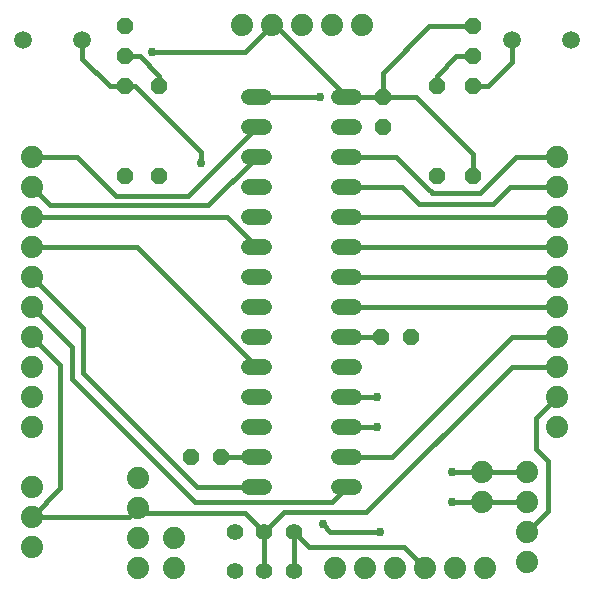
<source format=gbr>
G04 EAGLE Gerber RS-274X export*
G75*
%MOMM*%
%FSLAX34Y34*%
%LPD*%
%INTop Copper*%
%IPPOS*%
%AMOC8*
5,1,8,0,0,1.08239X$1,22.5*%
G01*
%ADD10P,1.429621X8X292.500000*%
%ADD11P,1.429621X8X22.500000*%
%ADD12P,1.429621X8X202.500000*%
%ADD13P,1.429621X8X112.500000*%
%ADD14C,1.879600*%
%ADD15C,1.408000*%
%ADD16C,1.508000*%
%ADD17C,1.320800*%
%ADD18C,0.406400*%
%ADD19C,0.756400*%


D10*
X322580Y419100D03*
X322580Y393700D03*
D11*
X321310Y215900D03*
X346710Y215900D03*
D12*
X185420Y114300D03*
X160020Y114300D03*
D10*
X398780Y478790D03*
X398780Y453390D03*
X104140Y478790D03*
X104140Y453390D03*
D13*
X368300Y351790D03*
X368300Y427990D03*
X133350Y351790D03*
X133350Y427990D03*
D10*
X398780Y427990D03*
X398780Y351790D03*
X104140Y427990D03*
X104140Y351790D03*
D14*
X146050Y20320D03*
X146050Y45720D03*
X406400Y76200D03*
X469900Y368300D03*
X469900Y342900D03*
X469900Y317500D03*
X469900Y292100D03*
X469900Y266700D03*
X469900Y241300D03*
X469900Y215900D03*
X469900Y190500D03*
X469900Y165100D03*
X469900Y139700D03*
X25400Y241300D03*
X25400Y215900D03*
X25400Y190500D03*
X25400Y165100D03*
X25400Y139700D03*
X25400Y368300D03*
X25400Y342900D03*
X25400Y317500D03*
X25400Y292100D03*
X25400Y266700D03*
X25400Y63500D03*
X25400Y88900D03*
X25400Y38100D03*
X115570Y96520D03*
X115570Y71120D03*
X115570Y45720D03*
X115570Y20320D03*
D15*
X197250Y50800D03*
X222250Y50800D03*
X247250Y50800D03*
X197250Y17800D03*
X222250Y17800D03*
X247250Y17800D03*
D14*
X408940Y20320D03*
X383540Y20320D03*
X358140Y20320D03*
X332740Y20320D03*
X307340Y20320D03*
X281940Y20320D03*
X203200Y480060D03*
X228600Y480060D03*
X254000Y480060D03*
X279400Y480060D03*
X304800Y480060D03*
X444500Y101600D03*
X444500Y76200D03*
X444500Y50800D03*
X444500Y25400D03*
D16*
X432200Y467360D03*
X482200Y467360D03*
X68180Y467360D03*
X18180Y467360D03*
D14*
X406400Y101600D03*
D17*
X222504Y419100D02*
X209296Y419100D01*
X209296Y393700D02*
X222504Y393700D01*
X222504Y368300D02*
X209296Y368300D01*
X209296Y342900D02*
X222504Y342900D01*
X222504Y317500D02*
X209296Y317500D01*
X209296Y292100D02*
X222504Y292100D01*
X222504Y266700D02*
X209296Y266700D01*
X209296Y241300D02*
X222504Y241300D01*
X222504Y215900D02*
X209296Y215900D01*
X209296Y190500D02*
X222504Y190500D01*
X222504Y165100D02*
X209296Y165100D01*
X209296Y139700D02*
X222504Y139700D01*
X222504Y114300D02*
X209296Y114300D01*
X209296Y88900D02*
X222504Y88900D01*
X285496Y88900D02*
X298704Y88900D01*
X298704Y114300D02*
X285496Y114300D01*
X285496Y139700D02*
X298704Y139700D01*
X298704Y165100D02*
X285496Y165100D01*
X285496Y190500D02*
X298704Y190500D01*
X298704Y215900D02*
X285496Y215900D01*
X285496Y241300D02*
X298704Y241300D01*
X298704Y266700D02*
X285496Y266700D01*
X285496Y292100D02*
X298704Y292100D01*
X298704Y317500D02*
X285496Y317500D01*
X285496Y342900D02*
X298704Y342900D01*
X298704Y368300D02*
X285496Y368300D01*
X285496Y393700D02*
X298704Y393700D01*
X298704Y419100D02*
X285496Y419100D01*
D18*
X215900Y114300D02*
X185420Y114300D01*
X322580Y419100D02*
X322580Y439420D01*
X361950Y478790D01*
X398780Y478790D01*
X322580Y419100D02*
X292100Y419100D01*
X322580Y419100D02*
X350520Y419100D01*
X398780Y370840D02*
X398780Y351790D01*
X398780Y370840D02*
X350520Y419100D01*
X462280Y68580D02*
X444500Y50800D01*
X462280Y68580D02*
X462280Y110490D01*
X452120Y120650D01*
X452120Y147320D01*
X469900Y165100D01*
X231140Y480060D02*
X228600Y480060D01*
X231140Y480060D02*
X292100Y419100D01*
X228600Y480060D02*
X205740Y457200D01*
X127000Y457200D01*
D19*
X127000Y457200D03*
D18*
X247250Y50800D02*
X247250Y17800D01*
X340360Y38100D02*
X358140Y20320D01*
X259950Y38100D02*
X247250Y50800D01*
X259950Y38100D02*
X340360Y38100D01*
X384810Y453390D02*
X398780Y453390D01*
X384810Y453390D02*
X368300Y436880D01*
X368300Y427990D01*
X321310Y215900D02*
X292100Y215900D01*
X432200Y448710D02*
X432200Y467360D01*
X432200Y448710D02*
X411480Y427990D01*
X398780Y427990D01*
X269240Y419100D02*
X215900Y419100D01*
D19*
X269240Y419100D03*
D18*
X116840Y453390D02*
X104140Y453390D01*
X116840Y453390D02*
X133350Y436880D01*
X133350Y427990D01*
X68180Y451250D02*
X68180Y467360D01*
X91440Y427990D02*
X104140Y427990D01*
X91440Y427990D02*
X68180Y451250D01*
D19*
X168910Y363220D03*
D18*
X168910Y372110D01*
X113030Y427990D01*
X104140Y427990D01*
X292100Y165100D02*
X317500Y165100D01*
D19*
X317500Y165100D03*
X381000Y101600D03*
D18*
X406400Y101600D01*
X444500Y101600D01*
X317500Y139700D02*
X292100Y139700D01*
D19*
X317500Y139700D03*
X381000Y76200D03*
D18*
X406400Y76200D01*
X444500Y76200D01*
D19*
X271780Y57150D03*
D18*
X278130Y50800D02*
X320040Y50800D01*
X278130Y50800D02*
X271780Y57150D01*
D19*
X320040Y50800D03*
D18*
X63500Y368300D02*
X25400Y368300D01*
X63500Y368300D02*
X96520Y335280D01*
X157480Y335280D02*
X215900Y393700D01*
X157480Y335280D02*
X96520Y335280D01*
X41148Y327152D02*
X174752Y327152D01*
X41148Y327152D02*
X25400Y342900D01*
X174752Y327152D02*
X215900Y368300D01*
X190500Y317500D02*
X25400Y317500D01*
X190500Y317500D02*
X215900Y292100D01*
X215900Y88900D02*
X165100Y88900D01*
X68580Y185420D01*
X68580Y223520D01*
X25400Y266700D01*
X292100Y368300D02*
X334010Y368300D01*
X361950Y340360D01*
X363220Y339090D01*
X364490Y337820D01*
X405130Y337820D01*
X435610Y368300D01*
X469900Y368300D01*
X469900Y342900D02*
X430813Y342900D01*
X416335Y328422D01*
X353285Y328422D01*
X338807Y342900D01*
X292100Y342900D01*
X292100Y317500D02*
X469900Y317500D01*
X469900Y292100D02*
X292100Y292100D01*
X292100Y266700D02*
X469900Y266700D01*
X469900Y241300D02*
X292100Y241300D01*
X292100Y88900D02*
X279400Y76200D01*
X163830Y76200D01*
X59690Y180340D01*
X59690Y207010D01*
X25400Y241300D01*
X292100Y114300D02*
X330200Y114300D01*
X431800Y215900D01*
X469900Y215900D01*
X238760Y67310D02*
X222250Y50800D01*
X238760Y67310D02*
X308610Y67310D01*
X431800Y190500D01*
X469900Y190500D01*
X49784Y191530D02*
X25414Y215900D01*
X25400Y215900D01*
X49784Y191530D02*
X49784Y87884D01*
X115570Y71120D02*
X119888Y66802D01*
X206248Y66802D01*
X222250Y50800D01*
X222250Y17800D01*
X107950Y63500D02*
X25400Y63500D01*
X107950Y63500D02*
X115570Y71120D01*
X49784Y87884D02*
X25400Y63500D01*
X25400Y292100D02*
X114300Y292100D01*
X215900Y190500D01*
M02*

</source>
